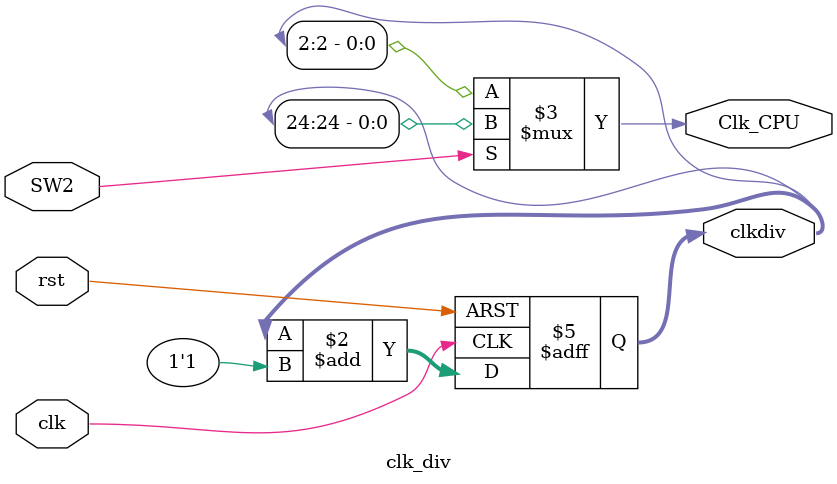
<source format=v>
`timescale 1ns / 1ps
module clk_div(
    input clk,
    input rst,
    input SW2,
    output reg [31:0] clkdiv=0,
    output Clk_CPU
    );
	 
	always @ (posedge clk or posedge rst) begin
        if (rst) clkdiv <= 0;
        else clkdiv <= clkdiv + 1'b1;
	end
   assign Clk_CPU=SW2?clkdiv[24]:clkdiv[2];
	
endmodule

</source>
